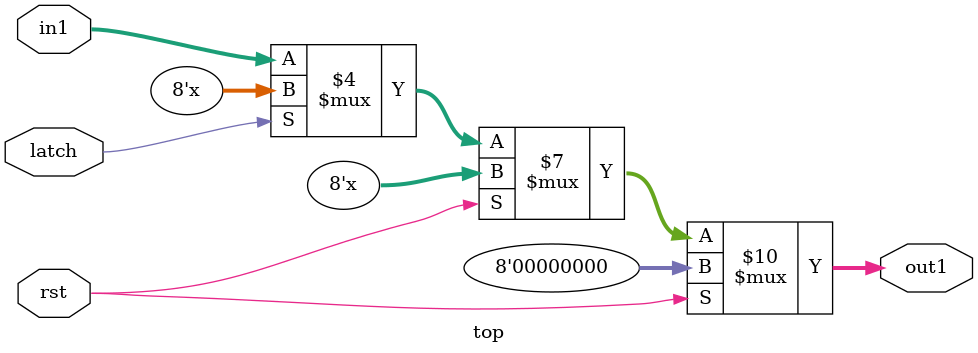
<source format=sv>
module top (
	input logic [7:0] in1,
	output logic [7:0] out1,
	input logic latch,
	input logic rst
);

	always_comb if (rst) out1 = 8'h0; else if (latch == 0) out1 = in1;

endmodule



</source>
